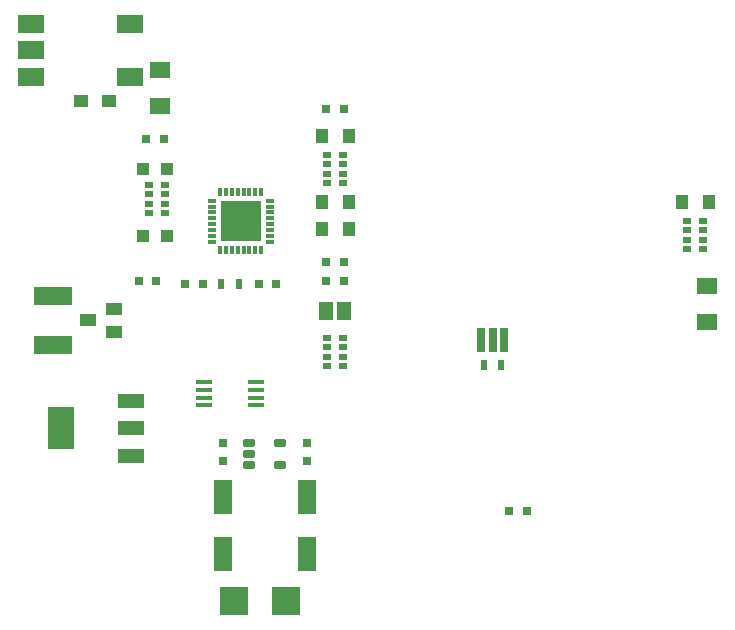
<source format=gtp>
G04*
G04 #@! TF.GenerationSoftware,Altium Limited,Altium Designer,18.0.12 (696)*
G04*
G04 Layer_Color=8421504*
%FSLAX44Y44*%
%MOMM*%
G71*
G01*
G75*
%ADD13R,1.4500X0.4500*%
%ADD14R,0.7112X2.0320*%
%ADD15R,1.1684X1.6002*%
%ADD16R,0.7000X0.3000*%
%ADD17R,0.3000X0.7000*%
%ADD18R,3.4000X3.4000*%
%ADD19R,1.2000X1.0000*%
%ADD20R,1.8000X1.4000*%
%ADD21R,0.6000X0.9000*%
%ADD22R,0.8000X0.8000*%
%ADD23R,1.0000X1.0000*%
%ADD24R,0.6500X0.5000*%
%ADD25R,1.1000X1.3000*%
%ADD26R,0.8000X0.8000*%
%ADD27R,1.4000X1.0000*%
G04:AMPARAMS|DCode=28|XSize=1.1mm|YSize=0.6mm|CornerRadius=0.15mm|HoleSize=0mm|Usage=FLASHONLY|Rotation=0.000|XOffset=0mm|YOffset=0mm|HoleType=Round|Shape=RoundedRectangle|*
%AMROUNDEDRECTD28*
21,1,1.1000,0.3000,0,0,0.0*
21,1,0.8000,0.6000,0,0,0.0*
1,1,0.3000,0.4000,-0.1500*
1,1,0.3000,-0.4000,-0.1500*
1,1,0.3000,-0.4000,0.1500*
1,1,0.3000,0.4000,0.1500*
%
%ADD28ROUNDEDRECTD28*%
%ADD29R,2.2000X1.5000*%
%ADD30R,3.2000X1.5000*%
%ADD31R,1.6000X3.0000*%
%ADD32R,2.2352X1.2192*%
%ADD33R,2.2000X3.6000*%
%ADD34R,2.4000X2.4000*%
D13*
X212500Y193450D02*
D03*
Y199950D02*
D03*
Y206450D02*
D03*
Y212950D02*
D03*
X168500Y193450D02*
D03*
Y199950D02*
D03*
Y206450D02*
D03*
Y212950D02*
D03*
D14*
X422250Y248920D02*
D03*
X412750D02*
D03*
X403250D02*
D03*
D15*
X271780Y273050D02*
D03*
X287020D02*
D03*
D16*
X174890Y331750D02*
D03*
Y336750D02*
D03*
Y341750D02*
D03*
Y346750D02*
D03*
Y351750D02*
D03*
Y356750D02*
D03*
Y361750D02*
D03*
Y366750D02*
D03*
X223890D02*
D03*
Y361750D02*
D03*
Y356750D02*
D03*
Y351750D02*
D03*
Y346750D02*
D03*
Y341750D02*
D03*
Y336750D02*
D03*
Y331750D02*
D03*
D17*
X181890Y373750D02*
D03*
X186890D02*
D03*
X191890D02*
D03*
X196890D02*
D03*
X201890D02*
D03*
X206890D02*
D03*
X211890D02*
D03*
X216890D02*
D03*
Y324750D02*
D03*
X211890D02*
D03*
X206890D02*
D03*
X201890D02*
D03*
X196890D02*
D03*
X191890D02*
D03*
X186890D02*
D03*
X181890D02*
D03*
D18*
X199390Y349250D02*
D03*
D19*
X64200Y450850D02*
D03*
X88200D02*
D03*
D20*
X130810Y477280D02*
D03*
Y447280D02*
D03*
X594360Y264400D02*
D03*
Y294400D02*
D03*
D21*
X405250Y227330D02*
D03*
X420250D02*
D03*
X198000Y295910D02*
D03*
X183000D02*
D03*
D22*
X441840Y104140D02*
D03*
X426840D02*
D03*
X271900Y298450D02*
D03*
X286900D02*
D03*
X271900Y444500D02*
D03*
X286900D02*
D03*
X286900Y314960D02*
D03*
X271900D02*
D03*
X119500Y419100D02*
D03*
X134500D02*
D03*
X128150Y298450D02*
D03*
X113150D02*
D03*
X152520Y295910D02*
D03*
X167520D02*
D03*
X229750D02*
D03*
X214750D02*
D03*
D23*
X137000Y336550D02*
D03*
X117000D02*
D03*
X137000Y393700D02*
D03*
X117000D02*
D03*
D24*
X286150Y381700D02*
D03*
Y389700D02*
D03*
Y397700D02*
D03*
Y405700D02*
D03*
X272650Y381700D02*
D03*
Y389700D02*
D03*
Y397700D02*
D03*
Y405700D02*
D03*
X590950Y325820D02*
D03*
Y333820D02*
D03*
Y341820D02*
D03*
Y349820D02*
D03*
X577450Y325820D02*
D03*
Y333820D02*
D03*
Y341820D02*
D03*
Y349820D02*
D03*
X135020Y356300D02*
D03*
Y364300D02*
D03*
Y372300D02*
D03*
Y380300D02*
D03*
X121520Y356300D02*
D03*
Y364300D02*
D03*
Y372300D02*
D03*
Y380300D02*
D03*
X286150Y226760D02*
D03*
Y234760D02*
D03*
Y242760D02*
D03*
Y250760D02*
D03*
X272650Y226760D02*
D03*
Y234760D02*
D03*
Y242760D02*
D03*
Y250760D02*
D03*
D25*
X290900Y365760D02*
D03*
X267900D02*
D03*
X290900Y342900D02*
D03*
X267900D02*
D03*
Y421640D02*
D03*
X290900D02*
D03*
X572700Y365760D02*
D03*
X595700D02*
D03*
D26*
X184150Y146170D02*
D03*
Y161170D02*
D03*
X255270Y146170D02*
D03*
Y161170D02*
D03*
D27*
X92280Y255930D02*
D03*
Y274930D02*
D03*
X70280Y265430D02*
D03*
D28*
X232710Y142900D02*
D03*
Y161900D02*
D03*
X206710Y142900D02*
D03*
Y152400D02*
D03*
Y161900D02*
D03*
D29*
X105500Y471530D02*
D03*
X21500D02*
D03*
Y516530D02*
D03*
X105500D02*
D03*
X21500Y494030D02*
D03*
D30*
X40640Y286430D02*
D03*
Y244430D02*
D03*
D31*
X255270Y115440D02*
D03*
Y67440D02*
D03*
X184150D02*
D03*
Y115440D02*
D03*
D32*
X106470Y197104D02*
D03*
Y173850D02*
D03*
Y150876D02*
D03*
D33*
X47470Y173850D02*
D03*
D34*
X237900Y27940D02*
D03*
X193900D02*
D03*
M02*

</source>
